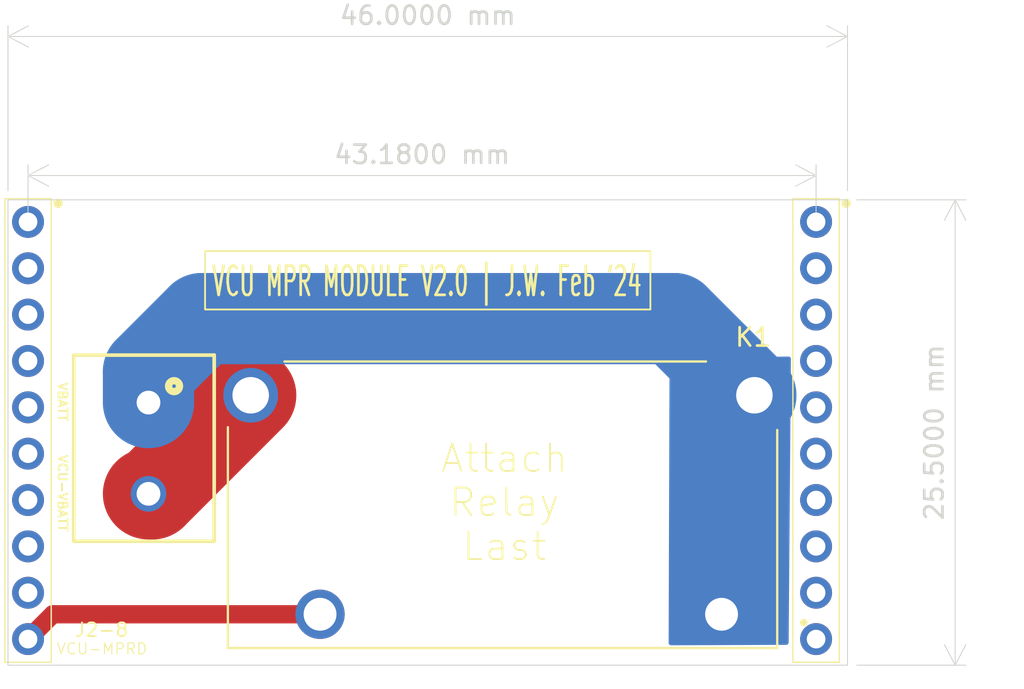
<source format=kicad_pcb>
(kicad_pcb (version 20240108) (generator "pcbnew") (generator_version "8.0")
  (layers (0 "F.Cu" signal) (31 "B.Cu" signal) (34 "B.Paste" user) (35 "F.Paste" user) (36 "B.SilkS" user "B.Silkscreen") (37 "F.SilkS" user "F.Silkscreen") (38 "B.Mask" user) (39 "F.Mask" user) (44 "Edge.Cuts" user))
  (net 0 "")
  (net 1 "/VBATT")
  (net 2 "/VCU VBATT")
  (net 3 "VCU-MPRD")
  (footprint "PH1-10-UA:1X10-2.54MM-THT" (layer "F.Cu") (at 76.2 50.8 -90)
    (property "Reference" "J2" (hide yes))
    (property "Value" "PH1-10-UA" (hide yes))
    (fp_line (start 24.13 1.27) (end -1.27 1.27) (stroke (width 0.0762)) (layer "F.SilkS"))
    (fp_line (start -1.27 -1.27) (end -1.27 1.27) (stroke (width 0.0762)) (layer "F.SilkS"))
    (fp_line (start -1.27 -1.27) (end 24.13 -1.27) (stroke (width 0.0762)) (layer "F.SilkS"))
    (fp_line (start 24.13 -1.27) (end 24.13 1.27) (stroke (width 0.0762)) (layer "F.SilkS"))
    (fp_circle (center -1.016 -1.651) (end -0.762 -1.651) (fill solid) (layer "F.SilkS"))
    (pad "1" thru_hole circle (at 0 0 270) (size 1.75 1.75) (drill 1.02) (layers "*.Cu" "*.Mask"))
    (pad "2" thru_hole circle (at 2.54 0 270) (size 1.75 1.75) (drill 1.02) (layers "*.Cu" "*.Mask"))
    (pad "3" thru_hole circle (at 5.08 0 270) (size 1.75 1.75) (drill 1.02) (layers "*.Cu" "*.Mask"))
    (pad "4" thru_hole circle (at 7.62 0 270) (size 1.75 1.75) (drill 1.02) (layers "*.Cu" "*.Mask"))
    (pad "5" thru_hole circle (at 10.16 0 270) (size 1.75 1.75) (drill 1.02) (layers "*.Cu" "*.Mask"))
    (pad "6" thru_hole circle (at 12.7 0 270) (size 1.75 1.75) (drill 1.02) (layers "*.Cu" "*.Mask"))
    (pad "7" thru_hole circle (at 15.24 0 270) (size 1.75 1.75) (drill 1.02) (layers "*.Cu" "*.Mask"))
    (pad "8" thru_hole circle (at 17.78 0 270) (size 1.75 1.75) (drill 1.02) (layers "*.Cu" "*.Mask"))
    (pad "9" thru_hole circle (at 20.32 0 270) (size 1.75 1.75) (drill 1.02) (layers "*.Cu" "*.Mask"))
    (pad "10" thru_hole circle (at 22.86 0 270) (size 1.75 1.75) (drill 1.02) (layers "*.Cu" "*.Mask") (net 3 "VCU-MPRD"))
  )
  (footprint "PH1-10-UA:1X10-2.54MM-THT" (layer "F.Cu") (at 119.38 50.8 -90)
    (property "Reference" "J2" (hide yes))
    (property "Value" "PH1-10-UA" (hide yes))
    (fp_line (start 24.13 1.27) (end -1.27 1.27) (stroke (width 0.0762)) (layer "F.SilkS"))
    (fp_line (start -1.27 -1.27) (end -1.27 1.27) (stroke (width 0.0762)) (layer "F.SilkS"))
    (fp_line (start -1.27 -1.27) (end 24.13 -1.27) (stroke (width 0.0762)) (layer "F.SilkS"))
    (fp_line (start 24.13 -1.27) (end 24.13 1.27) (stroke (width 0.0762)) (layer "F.SilkS"))
    (fp_circle (center -1.016 -1.651) (end -0.762 -1.651) (fill solid) (layer "F.SilkS"))
    (pad "1" thru_hole circle (at 0 0 270) (size 1.75 1.75) (drill 1.02) (layers "*.Cu" "*.Mask"))
    (pad "2" thru_hole circle (at 2.54 0 270) (size 1.75 1.75) (drill 1.02) (layers "*.Cu" "*.Mask"))
    (pad "3" thru_hole circle (at 5.08 0 270) (size 1.75 1.75) (drill 1.02) (layers "*.Cu" "*.Mask"))
    (pad "4" thru_hole circle (at 7.62 0 270) (size 1.75 1.75) (drill 1.02) (layers "*.Cu" "*.Mask"))
    (pad "5" thru_hole circle (at 10.16 0 270) (size 1.75 1.75) (drill 1.02) (layers "*.Cu" "*.Mask"))
    (pad "6" thru_hole circle (at 12.7 0 270) (size 1.75 1.75) (drill 1.02) (layers "*.Cu" "*.Mask"))
    (pad "7" thru_hole circle (at 15.24 0 270) (size 1.75 1.75) (drill 1.02) (layers "*.Cu" "*.Mask"))
    (pad "8" thru_hole circle (at 17.78 0 270) (size 1.75 1.75) (drill 1.02) (layers "*.Cu" "*.Mask"))
    (pad "9" thru_hole circle (at 20.32 0 270) (size 1.75 1.75) (drill 1.02) (layers "*.Cu" "*.Mask"))
    (pad "10" thru_hole circle (at 22.86 0 270) (size 1.75 1.75) (drill 1.02) (layers "*.Cu" "*.Mask"))
  )
  (footprint "ALF1PF12:RELAY_ALF1PF12" (layer "F.Cu") (at 102.2 66.3 180)
    (property "Reference" "K1" (at -13.73 9.18 0) (layer "F.SilkS"))
    (property "Value" "ALF1PF12")
    (fp_line (start 15.05 -7.85) (end 15.05 4.25) (stroke (width 0.127)) (layer "F.SilkS"))
    (fp_line (start 11.95 7.85) (end -11.15 7.85) (stroke (width 0.127)) (layer "F.SilkS"))
    (fp_line (start -15.05 -7.85) (end 15.05 -7.85) (stroke (width 0.127)) (layer "F.SilkS"))
    (fp_line (start -15.05 -7.85) (end -15.05 4.1) (stroke (width 0.127)) (layer "F.SilkS"))
    (fp_circle (center -16.5 -6.45) (end -16.4 -6.45) (stroke (width 0.2)) (fill none) (layer "F.SilkS"))
    (pad "1" thru_hole rect (at -12 -6 180) (size 2.7 2.7) (drill 1.8) (layers "*.Cu" "*.Mask") (net 1 "/VBATT"))
    (pad "2" thru_hole circle (at 10 -6 180) (size 2.7 2.7) (drill 1.8) (layers "*.Cu" "*.Mask") (net 3 "VCU-MPRD"))
    (pad "3" thru_hole circle (at -13.8 6 180) (size 3 3) (drill 2) (layers "*.Cu" "*.Mask") (net 1 "/VBATT"))
    (pad "4" thru_hole circle (at 13.8 6 180) (size 3 3) (drill 2) (layers "*.Cu" "*.Mask") (net 2 "/VCU VBATT"))
  )
  (footprint "691137710002:691137710002" (layer "F.Cu") (at 82.8 63.2 -90)
    (property "Reference" "J1" (hide yes))
    (property "Value" "691137710002")
    (property "VALUE" "691137710002" (hide yes))
    (fp_line (start -5.1 4.1) (end -5.1 -3.6) (stroke (width 0.2)) (layer "F.SilkS"))
    (fp_line (start 5.1 4.1) (end -5.1 4.1) (stroke (width 0.2)) (layer "F.SilkS"))
    (fp_line (start -5.1 -3.6) (end 5.1 -3.6) (stroke (width 0.2)) (layer "F.SilkS"))
    (fp_line (start 5.1 -3.6) (end 5.1 4.1) (stroke (width 0.2)) (layer "F.SilkS"))
    (fp_circle (center -3.4 -1.4) (end -3.3 -1.4) (stroke (width 0.4)) (fill none) (layer "F.SilkS"))
    (pad "1" thru_hole circle (at -2.5 0 270) (size 1.95 1.95) (drill 1.3) (layers "*.Cu" "*.Mask") (net 1 "/VBATT"))
    (pad "2" thru_hole circle (at 2.5 0 270) (size 1.95 1.95) (drill 1.3) (layers "*.Cu" "*.Mask") (net 2 "/VCU VBATT"))
  )
  (gr_rect (start 85.9 52.4) (end 110.3 55.6) (stroke (width 0.1)) (fill none) (layer "F.SilkS"))
  (gr_rect (start 75.1 49.59) (end 121.1 75.09) (stroke (width 0.05)) (fill none) (layer "Edge.Cuts"))
  (gr_text "Attach\nRelay\nLast" (at 102.3 69.461916 0) (layer "F.SilkS") (effects (font (size 1.5 1.5) (thickness 0.1)) (justify bottom)))
  (gr_text "VBATT\n" (at 77.8 59.540477 -90) (layer "F.SilkS") (effects (font (size 0.5 0.5) (thickness 0.1)) (justify left bottom)))
  (gr_text "VCU-VBATT\n" (at 77.8 63.504763 -90) (layer "F.SilkS") (effects (font (size 0.5 0.5) (thickness 0.1)) (justify left bottom)))
  (gr_text "J2-8\n\n" (at 78.7 74.8 0) (layer "F.SilkS") (effects (font (size 0.75 0.75) (thickness 0.1)) (justify left bottom)))
  (gr_text "VCU-MPRD" (at 77.719822 74.54 0) (layer "F.SilkS") (effects (font (size 0.6 0.6) (thickness 0.0625)) (justify left bottom)))
  (gr_text "VCU MPR MODULE V2.0 | J.W. Feb '24" (at 86.202619 55 0) (layer "F.SilkS") (effects (font (size 1.6 0.8) (thickness 0.15) (bold yes)) (justify left bottom)))
  (dimension (type aligned) (layer "Edge.Cuts") (pts (xy 121.1 75.09) (xy 121.1 49.59)) (height 5.9) (gr_text "25.5000 mm" (at 125.85 62.34 90) (layer "Edge.Cuts") (effects (font (size 1 1) (thickness 0.15)))) (format (prefix "") (suffix "") (units 3) (units_format 1) (precision 4)) (style (thickness 0.05) (arrow_length 1.27) (text_position_mode 0) (extension_height 0.58642) (extension_offset 0.5) keep_text_aligned))
  (dimension (type aligned) (layer "Edge.Cuts") (pts (xy 119.38 50.8) (xy 76.2 50.8)) (height 2.539999) (gr_text "43.1800 mm" (at 97.79 47.110001 0) (layer "Edge.Cuts") (effects (font (size 1 1) (thickness 0.15)))) (format (prefix "") (suffix "") (units 3) (units_format 1) (precision 4)) (style (thickness 0.05) (arrow_length 1.27) (text_position_mode 0) (extension_height 0.58642) (extension_offset 0.5) keep_text_aligned))
  (dimension (type aligned) (layer "Edge.Cuts") (pts (xy 75.1 49.59) (xy 121.1 49.59)) (height -8.95) (gr_text "46.0000 mm" (at 98.1 39.49 0) (layer "Edge.Cuts") (effects (font (size 1 1) (thickness 0.15)))) (format (prefix "") (suffix "") (units 3) (units_format 1) (precision 4)) (style (thickness 0.05) (arrow_length 1.27) (text_position_mode 0) (extension_height 0.58642) (extension_offset 0.5) keep_text_aligned))
  (segment (start 111.605 56.1) (end 115.805 60.3) (width 5) (layer "B.Cu") (net 1))
  (segment (start 85.721142 56.1) (end 111.605 56.1) (width 5) (layer "B.Cu") (net 1))
  (segment (start 82.8 60.7) (end 82.8 59.021142) (width 5) (layer "B.Cu") (net 1))
  (segment (start 82.8 59.021142) (end 85.721142 56.1) (width 5) (layer "B.Cu") (net 1))
  (segment (start 83 65.7) (end 88.4 60.3) (width 5) (layer "F.Cu") (net 2))
  (segment (start 82.8 65.7) (end 83 65.7) (width 5) (layer "F.Cu") (net 2))
  (segment (start 92.2 72.3) (end 77.56 72.3) (width 1) (layer "F.Cu") (net 3))
  (segment (start 77.56 72.3) (end 76.2 73.66) (width 1) (layer "F.Cu") (net 3))
  (zone (net 1) (net_name "/VBATT") (layer "B.Cu") (connect_pads yes (clearance 0.5)) (min_thickness 0.25) (fill yes (thermal_gap 0.5) (thermal_bridge_width 0.5))
    (polygon (pts (xy 118 58.175) (xy 117.875 73.975) (xy 111.3 74) (xy 111.35 58.3)))
  )
)
</source>
